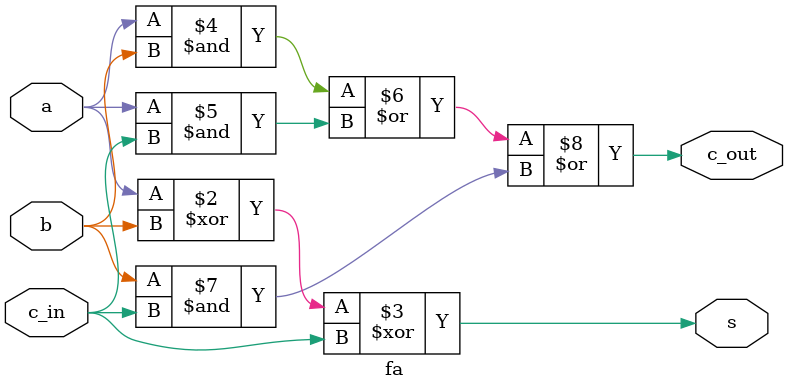
<source format=v>
module fa(
      input a, b, c_in,
      output reg s,c_out
);

always @(*) begin
    s = a^b^c_in;
    c_out = (a & b) | (a & c_in) | (b & c_in);
end
endmodule
</source>
